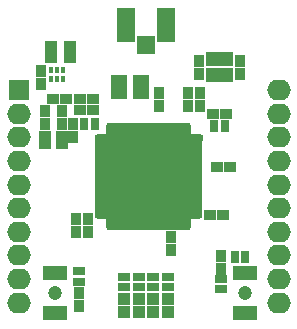
<source format=gts>
G04 #@! TF.GenerationSoftware,KiCad,Pcbnew,no-vcs-found-0f0cb64~58~ubuntu16.10.1*
G04 #@! TF.CreationDate,2017-03-28T21:56:20+02:00*
G04 #@! TF.ProjectId,cc2538module,6363323533386D6F64756C652E6B6963,rev?*
G04 #@! TF.FileFunction,Soldermask,Top*
G04 #@! TF.FilePolarity,Negative*
%FSLAX46Y46*%
G04 Gerber Fmt 4.6, Leading zero omitted, Abs format (unit mm)*
G04 Created by KiCad (PCBNEW no-vcs-found-0f0cb64~58~ubuntu16.10.1) date Tue Mar 28 21:56:20 2017*
%MOMM*%
%LPD*%
G01*
G04 APERTURE LIST*
%ADD10C,0.150000*%
%ADD11R,0.800000X1.000000*%
%ADD12R,0.900000X1.000000*%
%ADD13R,0.401600X0.621600*%
%ADD14O,2.000000X1.760000*%
%ADD15R,1.760000X1.760000*%
%ADD16R,1.000000X0.900000*%
%ADD17R,1.720000X1.720000*%
%ADD18O,1.290000X0.660000*%
%ADD19O,0.660000X1.290000*%
%ADD20R,1.100000X1.000000*%
%ADD21R,2.100000X1.300000*%
%ADD22C,1.200000*%
%ADD23R,1.000000X1.500000*%
%ADD24R,1.200000X1.300000*%
%ADD25R,1.000000X0.800000*%
%ADD26R,1.550000X2.900000*%
%ADD27R,1.550000X1.600000*%
%ADD28R,1.600000X2.900000*%
%ADD29R,1.400000X0.750000*%
%ADD30R,1.000000X1.850000*%
G04 APERTURE END LIST*
D10*
D11*
X97050000Y-62110000D03*
X96150000Y-62110000D03*
D12*
X84470000Y-70020000D03*
X84470000Y-71120000D03*
X93920000Y-59280000D03*
X93920000Y-60380000D03*
X91480000Y-60370000D03*
X91480000Y-59270000D03*
D13*
X83330000Y-57345000D03*
X82830000Y-57345000D03*
X82330000Y-57345000D03*
X82330000Y-58115000D03*
X82830000Y-58115000D03*
X83330000Y-58115000D03*
D12*
X85490000Y-70020000D03*
X85490000Y-71120000D03*
D14*
X79608680Y-77061080D03*
X79608680Y-75061080D03*
X79608680Y-73061080D03*
X79608680Y-71061080D03*
X79608680Y-69061080D03*
X79608680Y-67061080D03*
X79608680Y-65061080D03*
X79608680Y-63061080D03*
X79608680Y-61061080D03*
D15*
X79608680Y-59061080D03*
D14*
X101608680Y-59061080D03*
X101608680Y-61061080D03*
X101608680Y-63061080D03*
X101608680Y-65061080D03*
X101608680Y-67061080D03*
X101608680Y-69061080D03*
X101608680Y-71061080D03*
X101608680Y-73061080D03*
X101608680Y-75061080D03*
X101608680Y-77061080D03*
D16*
X95775000Y-69675000D03*
X96875000Y-69675000D03*
D12*
X92520000Y-72630000D03*
X92520000Y-71530000D03*
D17*
X87973000Y-63710920D03*
D18*
X86668000Y-69600920D03*
X86668000Y-69100920D03*
X86668000Y-68600920D03*
X86668000Y-68100920D03*
X86668000Y-67600920D03*
X86668000Y-67100920D03*
X86668000Y-66600920D03*
X86668000Y-66100920D03*
X86668000Y-65600920D03*
X86668000Y-65100920D03*
X86668000Y-64600920D03*
X86668000Y-64100920D03*
X86668000Y-63600920D03*
X86668000Y-63100920D03*
D19*
X93863000Y-62405920D03*
X93363000Y-62405920D03*
X92863000Y-62405920D03*
X92363000Y-62405920D03*
X91863000Y-62405920D03*
X91363000Y-62405920D03*
X90863000Y-62405920D03*
X90363000Y-62405920D03*
X89863000Y-62405920D03*
X89363000Y-62405920D03*
X88863000Y-62405920D03*
X88363000Y-62405920D03*
X87863000Y-62405920D03*
X87363000Y-62405920D03*
D18*
X94558000Y-69600920D03*
X94558000Y-69100920D03*
X94558000Y-68600920D03*
X94558000Y-68100920D03*
X94558000Y-67600920D03*
X94558000Y-67100920D03*
X94558000Y-66600920D03*
X94558000Y-66100920D03*
X94558000Y-65600920D03*
X94558000Y-65100920D03*
X94558000Y-64600920D03*
X94558000Y-64100920D03*
X94558000Y-63600920D03*
X94603000Y-63100920D03*
D19*
X93863000Y-70295920D03*
X93363000Y-70295920D03*
X92863000Y-70295920D03*
X92363000Y-70295920D03*
X91863000Y-70295920D03*
X91363000Y-70295920D03*
X90863000Y-70295920D03*
X90363000Y-70295920D03*
X89863000Y-70295920D03*
X89363000Y-70295920D03*
X88863000Y-70295920D03*
X88363000Y-70295920D03*
X87863000Y-70295920D03*
X87363000Y-70295920D03*
D17*
X89293000Y-63710920D03*
X90613000Y-63710920D03*
X91933000Y-63710920D03*
X93253000Y-63710920D03*
X87973000Y-65030920D03*
X89293000Y-65030920D03*
X90613000Y-65030920D03*
X91933000Y-65030920D03*
X93253000Y-65030920D03*
X87973000Y-66350920D03*
X89293000Y-66350920D03*
X91933000Y-66350920D03*
X93253000Y-66350920D03*
X87973000Y-67670920D03*
X89293000Y-67670920D03*
X90613000Y-67670920D03*
X91933000Y-67670920D03*
X93253000Y-67670920D03*
X87973000Y-68990920D03*
X89293000Y-68990920D03*
X90613000Y-68990920D03*
X91933000Y-68990920D03*
X93253000Y-68990920D03*
X90613000Y-66350920D03*
D12*
X98350000Y-56570000D03*
X98350000Y-57670000D03*
X96700000Y-74169580D03*
X96700000Y-73069580D03*
D20*
X89750000Y-77850000D03*
X89750000Y-76750000D03*
X88500000Y-76750000D03*
X88500000Y-77850000D03*
X91000000Y-77860000D03*
X91000000Y-76760000D03*
X92250000Y-76790000D03*
X92250000Y-77890000D03*
D21*
X98770440Y-77978000D03*
X98770440Y-74578000D03*
D22*
X98770440Y-76278000D03*
X82677000Y-76278000D03*
D21*
X82677000Y-74578000D03*
X82677000Y-77978000D03*
D16*
X97150000Y-61120000D03*
X96050000Y-61120000D03*
D12*
X94930000Y-60390000D03*
X94930000Y-59290000D03*
X84660000Y-77380000D03*
X84660000Y-76280000D03*
X94874973Y-56599213D03*
X94874973Y-57699213D03*
X83230000Y-60830000D03*
X83230000Y-61930000D03*
D16*
X85840000Y-60760000D03*
X84740000Y-60760000D03*
X82510000Y-59790000D03*
X83610000Y-59790000D03*
D12*
X81490000Y-57490000D03*
X81490000Y-58590000D03*
D16*
X97480000Y-65570000D03*
X96380000Y-65570000D03*
D12*
X84210000Y-61930000D03*
X84210000Y-63030000D03*
D16*
X85840000Y-59790000D03*
X84740000Y-59790000D03*
D12*
X81830000Y-60830000D03*
X81830000Y-61930000D03*
D23*
X81817928Y-63308560D03*
X83217928Y-63308560D03*
D24*
X96037973Y-57827713D03*
X96037973Y-56427713D03*
X97137973Y-56427713D03*
X97137973Y-57827713D03*
D25*
X84680000Y-75280000D03*
X84680000Y-74380000D03*
D11*
X85130000Y-61930000D03*
X86030000Y-61930000D03*
D25*
X96690000Y-75040000D03*
X96690000Y-75940000D03*
D11*
X97880000Y-73170000D03*
X98780000Y-73170000D03*
D25*
X92200000Y-74850000D03*
X92200000Y-75750000D03*
X91000000Y-75750000D03*
X91000000Y-74850000D03*
X89750000Y-74850000D03*
X89750000Y-75750000D03*
X88500000Y-75750000D03*
X88500000Y-74850000D03*
D26*
X88715000Y-53550000D03*
D27*
X90400000Y-55280000D03*
D28*
X92085000Y-53550000D03*
D29*
X88120000Y-58800000D03*
X89920000Y-58800000D03*
X88120000Y-58150000D03*
X88120000Y-59450000D03*
X89920000Y-59450000D03*
X89920000Y-58150000D03*
D30*
X82310000Y-55830000D03*
X83910000Y-55830000D03*
M02*

</source>
